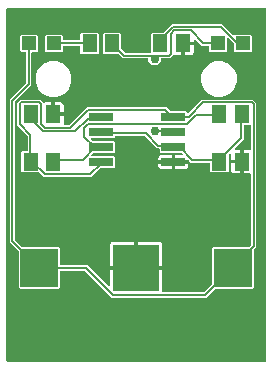
<source format=gbr>
G04 EAGLE Gerber RS-274X export*
G75*
%MOMM*%
%FSLAX34Y34*%
%LPD*%
%INTop Copper*%
%IPPOS*%
%AMOC8*
5,1,8,0,0,1.08239X$1,22.5*%
G01*
%ADD10R,3.900000X3.900000*%
%ADD11R,3.200000X3.200000*%
%ADD12R,1.300000X1.500000*%
%ADD13R,2.032000X0.660400*%
%ADD14R,1.200000X1.200000*%
%ADD15C,0.152400*%
%ADD16C,0.756400*%

G36*
X229098Y10164D02*
X229098Y10164D01*
X229117Y10162D01*
X229219Y10184D01*
X229321Y10200D01*
X229338Y10210D01*
X229358Y10214D01*
X229447Y10267D01*
X229538Y10316D01*
X229552Y10330D01*
X229569Y10340D01*
X229636Y10419D01*
X229708Y10494D01*
X229716Y10512D01*
X229729Y10527D01*
X229768Y10623D01*
X229811Y10717D01*
X229813Y10737D01*
X229821Y10755D01*
X229839Y10922D01*
X229839Y309078D01*
X229836Y309098D01*
X229838Y309117D01*
X229816Y309219D01*
X229800Y309321D01*
X229790Y309338D01*
X229786Y309358D01*
X229733Y309447D01*
X229684Y309538D01*
X229670Y309552D01*
X229660Y309569D01*
X229581Y309636D01*
X229506Y309708D01*
X229488Y309716D01*
X229473Y309729D01*
X229377Y309768D01*
X229283Y309811D01*
X229263Y309813D01*
X229245Y309821D01*
X229078Y309839D01*
X10922Y309839D01*
X10902Y309836D01*
X10883Y309838D01*
X10781Y309816D01*
X10679Y309800D01*
X10662Y309790D01*
X10642Y309786D01*
X10553Y309733D01*
X10462Y309684D01*
X10448Y309670D01*
X10431Y309660D01*
X10364Y309581D01*
X10292Y309506D01*
X10284Y309488D01*
X10271Y309473D01*
X10232Y309377D01*
X10189Y309283D01*
X10187Y309263D01*
X10179Y309245D01*
X10161Y309078D01*
X10161Y10922D01*
X10164Y10902D01*
X10162Y10883D01*
X10184Y10781D01*
X10200Y10679D01*
X10210Y10662D01*
X10214Y10642D01*
X10267Y10553D01*
X10316Y10462D01*
X10330Y10448D01*
X10340Y10431D01*
X10419Y10364D01*
X10494Y10292D01*
X10512Y10284D01*
X10527Y10271D01*
X10623Y10232D01*
X10717Y10189D01*
X10737Y10187D01*
X10755Y10179D01*
X10922Y10161D01*
X229078Y10161D01*
X229098Y10164D01*
G37*
%LPC*%
G36*
X99637Y64769D02*
X99637Y64769D01*
X98074Y66332D01*
X77000Y87406D01*
X76926Y87459D01*
X76856Y87519D01*
X76826Y87531D01*
X76800Y87550D01*
X76713Y87577D01*
X76628Y87611D01*
X76587Y87615D01*
X76565Y87622D01*
X76533Y87621D01*
X76461Y87629D01*
X56286Y87629D01*
X56266Y87626D01*
X56247Y87628D01*
X56145Y87606D01*
X56043Y87590D01*
X56026Y87580D01*
X56006Y87576D01*
X55917Y87523D01*
X55826Y87474D01*
X55812Y87460D01*
X55795Y87450D01*
X55728Y87371D01*
X55656Y87296D01*
X55648Y87278D01*
X55635Y87263D01*
X55596Y87167D01*
X55553Y87073D01*
X55551Y87053D01*
X55543Y87035D01*
X55525Y86868D01*
X55525Y73368D01*
X54632Y72475D01*
X21368Y72475D01*
X20475Y73368D01*
X20475Y103992D01*
X20461Y104082D01*
X20453Y104173D01*
X20441Y104202D01*
X20436Y104234D01*
X20393Y104315D01*
X20357Y104399D01*
X20331Y104431D01*
X20320Y104452D01*
X20297Y104474D01*
X20252Y104530D01*
X12953Y111829D01*
X12953Y232595D01*
X26446Y246088D01*
X26499Y246162D01*
X26559Y246232D01*
X26571Y246262D01*
X26590Y246288D01*
X26617Y246375D01*
X26651Y246460D01*
X26655Y246501D01*
X26662Y246523D01*
X26661Y246555D01*
X26669Y246627D01*
X26669Y271714D01*
X26666Y271734D01*
X26668Y271753D01*
X26646Y271855D01*
X26630Y271957D01*
X26620Y271974D01*
X26616Y271994D01*
X26563Y272083D01*
X26514Y272174D01*
X26500Y272188D01*
X26490Y272205D01*
X26411Y272272D01*
X26336Y272344D01*
X26318Y272352D01*
X26303Y272365D01*
X26207Y272404D01*
X26113Y272447D01*
X26093Y272449D01*
X26075Y272457D01*
X25908Y272475D01*
X22868Y272475D01*
X21975Y273368D01*
X21975Y286632D01*
X22868Y287525D01*
X36132Y287525D01*
X37025Y286632D01*
X37025Y273368D01*
X36132Y272475D01*
X32004Y272475D01*
X31984Y272472D01*
X31965Y272474D01*
X31863Y272452D01*
X31761Y272436D01*
X31744Y272426D01*
X31724Y272422D01*
X31635Y272369D01*
X31544Y272320D01*
X31530Y272306D01*
X31513Y272296D01*
X31446Y272217D01*
X31374Y272142D01*
X31366Y272124D01*
X31353Y272109D01*
X31314Y272013D01*
X31271Y271919D01*
X31269Y271899D01*
X31261Y271881D01*
X31243Y271714D01*
X31243Y244417D01*
X17750Y230924D01*
X17697Y230850D01*
X17637Y230780D01*
X17625Y230750D01*
X17606Y230724D01*
X17579Y230637D01*
X17545Y230552D01*
X17541Y230511D01*
X17534Y230489D01*
X17535Y230457D01*
X17527Y230385D01*
X17527Y114039D01*
X17541Y113948D01*
X17549Y113858D01*
X17561Y113828D01*
X17566Y113796D01*
X17609Y113715D01*
X17645Y113631D01*
X17671Y113599D01*
X17682Y113578D01*
X17705Y113556D01*
X17750Y113500D01*
X23502Y107748D01*
X23576Y107695D01*
X23646Y107635D01*
X23676Y107623D01*
X23702Y107604D01*
X23789Y107577D01*
X23874Y107543D01*
X23915Y107539D01*
X23937Y107532D01*
X23969Y107533D01*
X24040Y107525D01*
X54632Y107525D01*
X55525Y106632D01*
X55525Y92964D01*
X55528Y92944D01*
X55526Y92925D01*
X55548Y92823D01*
X55564Y92721D01*
X55574Y92704D01*
X55578Y92684D01*
X55631Y92595D01*
X55680Y92504D01*
X55694Y92490D01*
X55704Y92473D01*
X55783Y92406D01*
X55858Y92334D01*
X55876Y92326D01*
X55891Y92313D01*
X55987Y92274D01*
X56081Y92231D01*
X56101Y92229D01*
X56119Y92221D01*
X56286Y92203D01*
X78671Y92203D01*
X96660Y74214D01*
X96718Y74172D01*
X96770Y74123D01*
X96817Y74101D01*
X96859Y74071D01*
X96928Y74050D01*
X96993Y74019D01*
X97045Y74014D01*
X97095Y73998D01*
X97166Y74000D01*
X97237Y73992D01*
X97288Y74003D01*
X97340Y74005D01*
X97408Y74029D01*
X97478Y74044D01*
X97523Y74071D01*
X97571Y74089D01*
X97627Y74134D01*
X97689Y74171D01*
X97723Y74210D01*
X97763Y74243D01*
X97802Y74303D01*
X97849Y74358D01*
X97868Y74406D01*
X97896Y74450D01*
X97914Y74519D01*
X97941Y74586D01*
X97949Y74657D01*
X97957Y74688D01*
X97955Y74712D01*
X97959Y74752D01*
X97959Y88477D01*
X119238Y88477D01*
X119258Y88480D01*
X119277Y88478D01*
X119379Y88500D01*
X119481Y88517D01*
X119498Y88526D01*
X119518Y88530D01*
X119607Y88583D01*
X119698Y88632D01*
X119712Y88646D01*
X119729Y88656D01*
X119796Y88735D01*
X119867Y88810D01*
X119876Y88828D01*
X119889Y88843D01*
X119928Y88939D01*
X119971Y89033D01*
X119973Y89053D01*
X119981Y89071D01*
X119999Y89238D01*
X119999Y90001D01*
X120001Y90001D01*
X120001Y89238D01*
X120004Y89218D01*
X120002Y89199D01*
X120024Y89097D01*
X120041Y88995D01*
X120050Y88978D01*
X120054Y88958D01*
X120107Y88869D01*
X120156Y88778D01*
X120170Y88764D01*
X120180Y88747D01*
X120259Y88680D01*
X120334Y88609D01*
X120352Y88600D01*
X120367Y88587D01*
X120463Y88548D01*
X120557Y88505D01*
X120577Y88503D01*
X120595Y88495D01*
X120762Y88477D01*
X142041Y88477D01*
X142041Y70104D01*
X142044Y70084D01*
X142042Y70065D01*
X142064Y69963D01*
X142080Y69861D01*
X142090Y69844D01*
X142094Y69824D01*
X142147Y69735D01*
X142196Y69644D01*
X142210Y69630D01*
X142220Y69613D01*
X142299Y69546D01*
X142374Y69474D01*
X142392Y69466D01*
X142407Y69453D01*
X142503Y69414D01*
X142597Y69371D01*
X142617Y69369D01*
X142635Y69361D01*
X142802Y69343D01*
X177045Y69343D01*
X177136Y69357D01*
X177226Y69365D01*
X177256Y69377D01*
X177288Y69382D01*
X177369Y69425D01*
X177453Y69461D01*
X177485Y69487D01*
X177506Y69498D01*
X177528Y69521D01*
X177584Y69566D01*
X184252Y76234D01*
X184305Y76308D01*
X184365Y76378D01*
X184377Y76408D01*
X184396Y76434D01*
X184423Y76521D01*
X184457Y76606D01*
X184461Y76647D01*
X184468Y76669D01*
X184467Y76701D01*
X184475Y76772D01*
X184475Y106632D01*
X185368Y107525D01*
X215227Y107525D01*
X215318Y107539D01*
X215408Y107547D01*
X215438Y107559D01*
X215470Y107564D01*
X215551Y107607D01*
X215635Y107643D01*
X215667Y107669D01*
X215688Y107680D01*
X215710Y107703D01*
X215766Y107748D01*
X216946Y108928D01*
X216999Y109002D01*
X217059Y109072D01*
X217071Y109102D01*
X217090Y109128D01*
X217117Y109215D01*
X217151Y109300D01*
X217155Y109341D01*
X217162Y109363D01*
X217161Y109395D01*
X217169Y109467D01*
X217169Y169198D01*
X217166Y169218D01*
X217168Y169237D01*
X217146Y169339D01*
X217130Y169441D01*
X217120Y169458D01*
X217116Y169478D01*
X217063Y169567D01*
X217014Y169658D01*
X217000Y169672D01*
X216990Y169689D01*
X216911Y169756D01*
X216836Y169828D01*
X216818Y169836D01*
X216803Y169849D01*
X216707Y169888D01*
X216613Y169931D01*
X216593Y169933D01*
X216575Y169941D01*
X216408Y169959D01*
X211023Y169959D01*
X211023Y179238D01*
X211020Y179258D01*
X211022Y179277D01*
X211000Y179379D01*
X210983Y179481D01*
X210974Y179498D01*
X210970Y179518D01*
X210917Y179607D01*
X210868Y179698D01*
X210854Y179712D01*
X210844Y179729D01*
X210765Y179796D01*
X210690Y179867D01*
X210672Y179876D01*
X210657Y179889D01*
X210561Y179928D01*
X210467Y179971D01*
X210447Y179973D01*
X210429Y179981D01*
X210262Y179999D01*
X209499Y179999D01*
X209499Y180001D01*
X210262Y180001D01*
X210282Y180004D01*
X210301Y180002D01*
X210403Y180024D01*
X210505Y180041D01*
X210522Y180050D01*
X210542Y180054D01*
X210631Y180107D01*
X210722Y180156D01*
X210736Y180170D01*
X210753Y180180D01*
X210820Y180259D01*
X210891Y180334D01*
X210900Y180352D01*
X210913Y180367D01*
X210952Y180463D01*
X210995Y180557D01*
X210997Y180577D01*
X211005Y180595D01*
X211023Y180762D01*
X211023Y190041D01*
X216408Y190041D01*
X216428Y190044D01*
X216447Y190042D01*
X216549Y190064D01*
X216651Y190080D01*
X216668Y190090D01*
X216688Y190094D01*
X216777Y190147D01*
X216868Y190196D01*
X216882Y190210D01*
X216899Y190220D01*
X216966Y190299D01*
X217038Y190374D01*
X217046Y190392D01*
X217059Y190407D01*
X217098Y190503D01*
X217141Y190597D01*
X217143Y190617D01*
X217151Y190635D01*
X217169Y190802D01*
X217169Y210214D01*
X217166Y210234D01*
X217168Y210253D01*
X217146Y210355D01*
X217130Y210457D01*
X217120Y210474D01*
X217116Y210494D01*
X217063Y210583D01*
X217014Y210674D01*
X217000Y210688D01*
X216990Y210705D01*
X216911Y210772D01*
X216836Y210844D01*
X216818Y210852D01*
X216803Y210865D01*
X216707Y210904D01*
X216613Y210947D01*
X216593Y210949D01*
X216575Y210957D01*
X216408Y210975D01*
X211836Y210975D01*
X211816Y210972D01*
X211797Y210974D01*
X211695Y210952D01*
X211593Y210936D01*
X211576Y210926D01*
X211556Y210922D01*
X211467Y210869D01*
X211376Y210820D01*
X211362Y210806D01*
X211345Y210796D01*
X211278Y210717D01*
X211206Y210642D01*
X211198Y210624D01*
X211185Y210609D01*
X211146Y210513D01*
X211103Y210419D01*
X211101Y210399D01*
X211093Y210381D01*
X211075Y210214D01*
X211075Y198697D01*
X203718Y191340D01*
X203676Y191282D01*
X203627Y191230D01*
X203605Y191183D01*
X203575Y191141D01*
X203554Y191072D01*
X203523Y191007D01*
X203518Y190955D01*
X203502Y190905D01*
X203504Y190834D01*
X203496Y190763D01*
X203507Y190712D01*
X203509Y190660D01*
X203533Y190592D01*
X203548Y190522D01*
X203575Y190477D01*
X203593Y190429D01*
X203638Y190373D01*
X203675Y190311D01*
X203714Y190277D01*
X203747Y190237D01*
X203807Y190198D01*
X203862Y190151D01*
X203910Y190132D01*
X203954Y190104D01*
X204023Y190086D01*
X204090Y190059D01*
X204161Y190051D01*
X204192Y190043D01*
X204216Y190045D01*
X204256Y190041D01*
X207977Y190041D01*
X207977Y181523D01*
X200459Y181523D01*
X200459Y186244D01*
X200448Y186314D01*
X200446Y186386D01*
X200428Y186435D01*
X200420Y186486D01*
X200386Y186550D01*
X200361Y186617D01*
X200329Y186658D01*
X200304Y186704D01*
X200253Y186753D01*
X200208Y186809D01*
X200164Y186837D01*
X200126Y186873D01*
X200061Y186903D01*
X200001Y186942D01*
X199950Y186955D01*
X199903Y186977D01*
X199832Y186985D01*
X199762Y187002D01*
X199710Y186998D01*
X199659Y187004D01*
X199588Y186989D01*
X199517Y186983D01*
X199469Y186963D01*
X199418Y186952D01*
X199357Y186915D01*
X199291Y186887D01*
X199235Y186842D01*
X199207Y186825D01*
X199192Y186808D01*
X199160Y186782D01*
X198748Y186370D01*
X198694Y186296D01*
X198635Y186226D01*
X198623Y186196D01*
X198604Y186170D01*
X198577Y186083D01*
X198543Y185998D01*
X198539Y185957D01*
X198532Y185935D01*
X198533Y185903D01*
X198525Y185831D01*
X198525Y171868D01*
X197632Y170975D01*
X183368Y170975D01*
X182475Y171868D01*
X182475Y178308D01*
X182472Y178328D01*
X182474Y178347D01*
X182452Y178449D01*
X182436Y178551D01*
X182426Y178568D01*
X182422Y178588D01*
X182369Y178677D01*
X182320Y178768D01*
X182306Y178782D01*
X182296Y178799D01*
X182217Y178866D01*
X182142Y178938D01*
X182124Y178946D01*
X182109Y178959D01*
X182013Y178998D01*
X181919Y179041D01*
X181899Y179043D01*
X181881Y179051D01*
X181714Y179069D01*
X166693Y179069D01*
X164912Y180850D01*
X164838Y180903D01*
X164768Y180963D01*
X164738Y180975D01*
X164712Y180994D01*
X164625Y181021D01*
X164540Y181055D01*
X164499Y181059D01*
X164477Y181066D01*
X164445Y181065D01*
X164374Y181073D01*
X153057Y181073D01*
X153057Y185393D01*
X158532Y185393D01*
X158602Y185404D01*
X158674Y185406D01*
X158723Y185424D01*
X158774Y185432D01*
X158838Y185466D01*
X158905Y185491D01*
X158946Y185523D01*
X158992Y185548D01*
X159041Y185599D01*
X159097Y185644D01*
X159125Y185688D01*
X159161Y185726D01*
X159191Y185791D01*
X159230Y185851D01*
X159243Y185902D01*
X159265Y185949D01*
X159273Y186020D01*
X159290Y186090D01*
X159286Y186142D01*
X159292Y186193D01*
X159277Y186264D01*
X159271Y186335D01*
X159251Y186383D01*
X159240Y186434D01*
X159203Y186495D01*
X159175Y186561D01*
X159130Y186617D01*
X159113Y186645D01*
X159096Y186660D01*
X159070Y186692D01*
X158562Y187200D01*
X158488Y187253D01*
X158418Y187313D01*
X158388Y187325D01*
X158362Y187344D01*
X158275Y187371D01*
X158190Y187405D01*
X158149Y187409D01*
X158127Y187416D01*
X158095Y187415D01*
X158024Y187423D01*
X140742Y187423D01*
X139849Y188316D01*
X139849Y190500D01*
X139846Y190520D01*
X139848Y190539D01*
X139826Y190641D01*
X139810Y190743D01*
X139800Y190760D01*
X139796Y190780D01*
X139743Y190869D01*
X139694Y190960D01*
X139680Y190974D01*
X139670Y190991D01*
X139591Y191058D01*
X139516Y191130D01*
X139498Y191138D01*
X139483Y191151D01*
X139387Y191190D01*
X139293Y191233D01*
X139273Y191235D01*
X139255Y191243D01*
X139088Y191261D01*
X137737Y191261D01*
X127292Y201706D01*
X127218Y201759D01*
X127148Y201819D01*
X127118Y201831D01*
X127092Y201850D01*
X127005Y201877D01*
X126920Y201911D01*
X126879Y201915D01*
X126857Y201922D01*
X126825Y201921D01*
X126753Y201929D01*
X102512Y201929D01*
X102492Y201926D01*
X102473Y201928D01*
X102371Y201906D01*
X102269Y201890D01*
X102252Y201880D01*
X102232Y201876D01*
X102143Y201823D01*
X102052Y201774D01*
X102038Y201760D01*
X102021Y201750D01*
X101954Y201671D01*
X101882Y201596D01*
X101874Y201578D01*
X101861Y201563D01*
X101822Y201467D01*
X101779Y201373D01*
X101777Y201353D01*
X101769Y201335D01*
X101751Y201168D01*
X101751Y201016D01*
X100858Y200123D01*
X82316Y200123D01*
X82246Y200112D01*
X82174Y200110D01*
X82125Y200092D01*
X82074Y200084D01*
X82010Y200050D01*
X81943Y200025D01*
X81902Y199993D01*
X81856Y199968D01*
X81807Y199917D01*
X81751Y199872D01*
X81723Y199828D01*
X81687Y199790D01*
X81657Y199725D01*
X81618Y199665D01*
X81605Y199614D01*
X81583Y199567D01*
X81575Y199496D01*
X81558Y199426D01*
X81562Y199374D01*
X81556Y199323D01*
X81571Y199252D01*
X81577Y199181D01*
X81597Y199133D01*
X81608Y199082D01*
X81645Y199021D01*
X81673Y198955D01*
X81718Y198899D01*
X81735Y198871D01*
X81752Y198856D01*
X81778Y198824D01*
X83302Y197300D01*
X83376Y197247D01*
X83446Y197187D01*
X83476Y197175D01*
X83502Y197156D01*
X83589Y197129D01*
X83674Y197095D01*
X83715Y197091D01*
X83737Y197084D01*
X83769Y197085D01*
X83840Y197077D01*
X100858Y197077D01*
X101751Y196184D01*
X101751Y188316D01*
X100858Y187423D01*
X84292Y187423D01*
X84202Y187409D01*
X84111Y187401D01*
X84082Y187389D01*
X84050Y187384D01*
X83969Y187341D01*
X83885Y187305D01*
X83853Y187279D01*
X83832Y187268D01*
X83810Y187245D01*
X83754Y187200D01*
X82230Y185676D01*
X82188Y185618D01*
X82139Y185566D01*
X82117Y185519D01*
X82087Y185477D01*
X82066Y185408D01*
X82035Y185343D01*
X82030Y185291D01*
X82014Y185241D01*
X82016Y185170D01*
X82008Y185099D01*
X82019Y185048D01*
X82021Y184996D01*
X82045Y184928D01*
X82060Y184858D01*
X82087Y184814D01*
X82105Y184765D01*
X82150Y184709D01*
X82187Y184647D01*
X82226Y184613D01*
X82259Y184573D01*
X82319Y184534D01*
X82374Y184487D01*
X82422Y184468D01*
X82466Y184440D01*
X82535Y184422D01*
X82602Y184395D01*
X82673Y184387D01*
X82704Y184379D01*
X82728Y184381D01*
X82768Y184377D01*
X100858Y184377D01*
X101751Y183484D01*
X101751Y175616D01*
X100858Y174723D01*
X89880Y174723D01*
X89790Y174709D01*
X89699Y174701D01*
X89670Y174689D01*
X89638Y174684D01*
X89557Y174641D01*
X89473Y174605D01*
X89441Y174579D01*
X89420Y174568D01*
X89398Y174545D01*
X89342Y174500D01*
X81719Y166877D01*
X41725Y166877D01*
X37850Y170752D01*
X37776Y170805D01*
X37706Y170865D01*
X37676Y170877D01*
X37650Y170896D01*
X37563Y170923D01*
X37478Y170957D01*
X37437Y170961D01*
X37415Y170968D01*
X37383Y170967D01*
X37311Y170975D01*
X23368Y170975D01*
X22475Y171868D01*
X22475Y188132D01*
X23368Y189025D01*
X27432Y189025D01*
X27452Y189028D01*
X27471Y189026D01*
X27573Y189048D01*
X27675Y189064D01*
X27692Y189074D01*
X27712Y189078D01*
X27801Y189131D01*
X27892Y189180D01*
X27906Y189194D01*
X27923Y189204D01*
X27990Y189283D01*
X28062Y189358D01*
X28070Y189376D01*
X28083Y189391D01*
X28122Y189487D01*
X28165Y189581D01*
X28167Y189601D01*
X28175Y189619D01*
X28193Y189786D01*
X28193Y201429D01*
X28179Y201520D01*
X28171Y201610D01*
X28159Y201640D01*
X28154Y201672D01*
X28111Y201753D01*
X28075Y201837D01*
X28049Y201869D01*
X28038Y201890D01*
X28015Y201912D01*
X27970Y201968D01*
X19049Y210889D01*
X19049Y229547D01*
X21913Y232411D01*
X39047Y232411D01*
X40348Y231110D01*
X41370Y230088D01*
X41425Y230048D01*
X41474Y230001D01*
X41524Y229977D01*
X41570Y229944D01*
X41634Y229924D01*
X41696Y229895D01*
X41751Y229888D01*
X41805Y229872D01*
X41873Y229874D01*
X41940Y229865D01*
X42018Y229877D01*
X42051Y229878D01*
X42070Y229885D01*
X42106Y229891D01*
X42666Y230041D01*
X47977Y230041D01*
X47977Y220762D01*
X47980Y220742D01*
X47978Y220723D01*
X48000Y220621D01*
X48017Y220519D01*
X48026Y220502D01*
X48030Y220482D01*
X48083Y220393D01*
X48132Y220302D01*
X48146Y220288D01*
X48156Y220271D01*
X48235Y220204D01*
X48310Y220133D01*
X48328Y220124D01*
X48343Y220111D01*
X48439Y220072D01*
X48533Y220029D01*
X48553Y220027D01*
X48571Y220019D01*
X48738Y220001D01*
X49501Y220001D01*
X49501Y219238D01*
X49504Y219218D01*
X49502Y219199D01*
X49524Y219097D01*
X49541Y218995D01*
X49550Y218978D01*
X49554Y218958D01*
X49607Y218869D01*
X49656Y218778D01*
X49670Y218764D01*
X49680Y218747D01*
X49759Y218680D01*
X49834Y218609D01*
X49852Y218600D01*
X49867Y218587D01*
X49963Y218548D01*
X50057Y218505D01*
X50077Y218503D01*
X50095Y218495D01*
X50262Y218477D01*
X58541Y218477D01*
X58541Y212165D01*
X58505Y212033D01*
X58493Y211914D01*
X58480Y211797D01*
X58481Y211792D01*
X58481Y211788D01*
X58507Y211673D01*
X58533Y211556D01*
X58535Y211553D01*
X58536Y211548D01*
X58598Y211447D01*
X58659Y211345D01*
X58662Y211342D01*
X58664Y211339D01*
X58756Y211262D01*
X58846Y211185D01*
X58850Y211184D01*
X58853Y211181D01*
X58963Y211138D01*
X59074Y211093D01*
X59079Y211093D01*
X59082Y211091D01*
X59095Y211091D01*
X59241Y211075D01*
X62745Y211075D01*
X62836Y211089D01*
X62926Y211097D01*
X62956Y211109D01*
X62988Y211114D01*
X63069Y211157D01*
X63153Y211193D01*
X63185Y211219D01*
X63206Y211230D01*
X63228Y211253D01*
X63284Y211298D01*
X78301Y226315D01*
X145727Y226315D01*
X149342Y222700D01*
X149416Y222647D01*
X149486Y222587D01*
X149516Y222575D01*
X149542Y222556D01*
X149629Y222529D01*
X149714Y222495D01*
X149755Y222491D01*
X149777Y222484D01*
X149809Y222485D01*
X149881Y222477D01*
X162326Y222477D01*
X163228Y221574D01*
X163230Y221560D01*
X163232Y221488D01*
X163250Y221439D01*
X163258Y221388D01*
X163292Y221324D01*
X163317Y221257D01*
X163349Y221216D01*
X163374Y221170D01*
X163426Y221121D01*
X163470Y221065D01*
X163514Y221037D01*
X163552Y221001D01*
X163617Y220971D01*
X163677Y220932D01*
X163728Y220919D01*
X163775Y220897D01*
X163846Y220889D01*
X163916Y220872D01*
X163968Y220876D01*
X164019Y220870D01*
X164090Y220885D01*
X164161Y220891D01*
X164209Y220911D01*
X164260Y220922D01*
X164321Y220959D01*
X164387Y220987D01*
X164443Y221032D01*
X164471Y221049D01*
X164486Y221066D01*
X164518Y221092D01*
X174274Y230848D01*
X175837Y232411D01*
X218879Y232411D01*
X221743Y229547D01*
X221743Y107257D01*
X219748Y105262D01*
X219695Y105188D01*
X219635Y105118D01*
X219623Y105088D01*
X219604Y105062D01*
X219577Y104975D01*
X219543Y104890D01*
X219539Y104849D01*
X219532Y104827D01*
X219533Y104795D01*
X219525Y104723D01*
X219525Y73368D01*
X218632Y72475D01*
X187276Y72475D01*
X187186Y72461D01*
X187095Y72453D01*
X187066Y72441D01*
X187034Y72436D01*
X186953Y72393D01*
X186869Y72357D01*
X186837Y72331D01*
X186816Y72320D01*
X186794Y72297D01*
X186738Y72252D01*
X179255Y64769D01*
X99637Y64769D01*
G37*
%LPD*%
%LPC*%
G36*
X133438Y261393D02*
X133438Y261393D01*
X130329Y264502D01*
X130329Y266700D01*
X130326Y266720D01*
X130328Y266739D01*
X130306Y266841D01*
X130290Y266943D01*
X130280Y266960D01*
X130276Y266980D01*
X130223Y267069D01*
X130174Y267160D01*
X130160Y267174D01*
X130150Y267191D01*
X130071Y267258D01*
X129996Y267330D01*
X129978Y267338D01*
X129963Y267351D01*
X129867Y267390D01*
X129773Y267433D01*
X129753Y267435D01*
X129735Y267443D01*
X129568Y267461D01*
X108781Y267461D01*
X105490Y270752D01*
X105416Y270805D01*
X105346Y270865D01*
X105316Y270877D01*
X105290Y270896D01*
X105203Y270923D01*
X105118Y270957D01*
X105077Y270961D01*
X105055Y270968D01*
X105023Y270967D01*
X104951Y270975D01*
X92368Y270975D01*
X91475Y271868D01*
X91475Y288132D01*
X92368Y289025D01*
X106632Y289025D01*
X107525Y288132D01*
X107525Y275501D01*
X107539Y275410D01*
X107547Y275320D01*
X107559Y275290D01*
X107564Y275258D01*
X107607Y275177D01*
X107643Y275093D01*
X107669Y275061D01*
X107680Y275040D01*
X107703Y275018D01*
X107748Y274962D01*
X110452Y272258D01*
X110526Y272205D01*
X110596Y272145D01*
X110626Y272133D01*
X110652Y272114D01*
X110739Y272087D01*
X110824Y272053D01*
X110865Y272049D01*
X110887Y272042D01*
X110919Y272043D01*
X110991Y272035D01*
X131714Y272035D01*
X131734Y272038D01*
X131753Y272036D01*
X131855Y272058D01*
X131957Y272074D01*
X131974Y272084D01*
X131994Y272088D01*
X132083Y272141D01*
X132174Y272190D01*
X132188Y272204D01*
X132205Y272214D01*
X132272Y272293D01*
X132344Y272368D01*
X132352Y272386D01*
X132365Y272401D01*
X132404Y272497D01*
X132447Y272591D01*
X132449Y272611D01*
X132457Y272629D01*
X132475Y272796D01*
X132475Y288132D01*
X133368Y289025D01*
X142219Y289025D01*
X142310Y289039D01*
X142400Y289047D01*
X142430Y289059D01*
X142462Y289064D01*
X142543Y289107D01*
X142627Y289143D01*
X142659Y289169D01*
X142680Y289180D01*
X142702Y289203D01*
X142758Y289248D01*
X149929Y296419D01*
X192971Y296419D01*
X202329Y287061D01*
X202345Y287050D01*
X202357Y287034D01*
X202444Y286978D01*
X202528Y286918D01*
X202547Y286912D01*
X202564Y286901D01*
X202665Y286876D01*
X202763Y286845D01*
X202783Y286846D01*
X202803Y286841D01*
X202906Y286849D01*
X203009Y286852D01*
X203028Y286859D01*
X203048Y286860D01*
X203143Y286901D01*
X203240Y286936D01*
X203256Y286949D01*
X203274Y286957D01*
X203405Y287061D01*
X203868Y287525D01*
X217132Y287525D01*
X218025Y286632D01*
X218025Y273368D01*
X217132Y272475D01*
X203868Y272475D01*
X202975Y273368D01*
X202975Y279631D01*
X202961Y279722D01*
X202953Y279812D01*
X202941Y279842D01*
X202936Y279874D01*
X202911Y279921D01*
X202910Y279923D01*
X202905Y279931D01*
X202893Y279955D01*
X202857Y280039D01*
X202831Y280071D01*
X202820Y280092D01*
X202797Y280114D01*
X202794Y280118D01*
X202784Y280134D01*
X202774Y280143D01*
X202752Y280170D01*
X198324Y284598D01*
X198266Y284640D01*
X198214Y284689D01*
X198167Y284711D01*
X198125Y284741D01*
X198056Y284762D01*
X197991Y284793D01*
X197939Y284798D01*
X197889Y284814D01*
X197818Y284812D01*
X197747Y284820D01*
X197696Y284809D01*
X197644Y284807D01*
X197576Y284783D01*
X197506Y284768D01*
X197461Y284741D01*
X197413Y284723D01*
X197357Y284678D01*
X197295Y284641D01*
X197261Y284602D01*
X197221Y284569D01*
X197182Y284509D01*
X197135Y284454D01*
X197116Y284406D01*
X197088Y284362D01*
X197070Y284293D01*
X197043Y284226D01*
X197035Y284155D01*
X197027Y284124D01*
X197029Y284100D01*
X197025Y284060D01*
X197025Y273368D01*
X196132Y272475D01*
X182868Y272475D01*
X181975Y273368D01*
X181975Y277368D01*
X181973Y277384D01*
X181974Y277399D01*
X181974Y277402D01*
X181974Y277407D01*
X181952Y277509D01*
X181936Y277611D01*
X181926Y277628D01*
X181922Y277648D01*
X181869Y277737D01*
X181820Y277828D01*
X181806Y277842D01*
X181796Y277859D01*
X181717Y277926D01*
X181642Y277998D01*
X181624Y278006D01*
X181609Y278019D01*
X181513Y278058D01*
X181419Y278101D01*
X181399Y278103D01*
X181381Y278111D01*
X181214Y278129D01*
X175837Y278129D01*
X169840Y284126D01*
X169782Y284168D01*
X169730Y284217D01*
X169683Y284239D01*
X169641Y284269D01*
X169572Y284290D01*
X169507Y284321D01*
X169455Y284326D01*
X169405Y284342D01*
X169334Y284340D01*
X169263Y284348D01*
X169212Y284337D01*
X169160Y284335D01*
X169092Y284311D01*
X169022Y284296D01*
X168977Y284269D01*
X168929Y284251D01*
X168873Y284206D01*
X168811Y284169D01*
X168777Y284130D01*
X168737Y284097D01*
X168698Y284037D01*
X168651Y283982D01*
X168632Y283934D01*
X168604Y283890D01*
X168586Y283821D01*
X168559Y283754D01*
X168551Y283683D01*
X168543Y283652D01*
X168545Y283628D01*
X168541Y283588D01*
X168541Y281523D01*
X160262Y281523D01*
X160242Y281520D01*
X160223Y281522D01*
X160121Y281500D01*
X160019Y281483D01*
X160002Y281474D01*
X159982Y281470D01*
X159893Y281417D01*
X159802Y281368D01*
X159788Y281354D01*
X159771Y281344D01*
X159704Y281265D01*
X159633Y281190D01*
X159624Y281172D01*
X159611Y281157D01*
X159572Y281061D01*
X159529Y280967D01*
X159527Y280947D01*
X159519Y280929D01*
X159501Y280762D01*
X159501Y279999D01*
X158738Y279999D01*
X158718Y279996D01*
X158699Y279998D01*
X158597Y279976D01*
X158495Y279959D01*
X158478Y279950D01*
X158458Y279946D01*
X158369Y279893D01*
X158278Y279844D01*
X158264Y279830D01*
X158247Y279820D01*
X158180Y279741D01*
X158109Y279666D01*
X158100Y279648D01*
X158087Y279633D01*
X158048Y279537D01*
X158005Y279443D01*
X158003Y279423D01*
X157995Y279405D01*
X157977Y279238D01*
X157977Y269959D01*
X152666Y269959D01*
X151992Y270140D01*
X151925Y270146D01*
X151859Y270163D01*
X151803Y270159D01*
X151747Y270164D01*
X151681Y270149D01*
X151614Y270144D01*
X151562Y270122D01*
X151507Y270109D01*
X151450Y270074D01*
X151388Y270048D01*
X151326Y269998D01*
X151298Y269981D01*
X151284Y269965D01*
X151257Y269943D01*
X150338Y269024D01*
X148775Y267461D01*
X141704Y267461D01*
X141684Y267458D01*
X141665Y267460D01*
X141563Y267438D01*
X141461Y267422D01*
X141444Y267412D01*
X141424Y267408D01*
X141335Y267355D01*
X141244Y267306D01*
X141230Y267292D01*
X141213Y267282D01*
X141146Y267203D01*
X141074Y267128D01*
X141066Y267110D01*
X141053Y267095D01*
X141014Y266999D01*
X140971Y266905D01*
X140969Y266885D01*
X140961Y266867D01*
X140943Y266700D01*
X140943Y264502D01*
X137834Y261393D01*
X133438Y261393D01*
G37*
%LPD*%
%LPC*%
G36*
X46984Y234839D02*
X46984Y234839D01*
X41412Y237147D01*
X37147Y241412D01*
X34839Y246984D01*
X34839Y253016D01*
X37147Y258588D01*
X41412Y262853D01*
X46984Y265161D01*
X53016Y265161D01*
X58588Y262853D01*
X62853Y258588D01*
X65161Y253016D01*
X65161Y246984D01*
X62853Y241412D01*
X58588Y237147D01*
X53016Y234839D01*
X46984Y234839D01*
G37*
%LPD*%
%LPC*%
G36*
X186984Y234839D02*
X186984Y234839D01*
X181412Y237147D01*
X177147Y241412D01*
X174839Y246984D01*
X174839Y253016D01*
X177147Y258588D01*
X181412Y262853D01*
X186984Y265161D01*
X193016Y265161D01*
X198588Y262853D01*
X202853Y258588D01*
X205161Y253016D01*
X205161Y246984D01*
X202853Y241412D01*
X198588Y237147D01*
X193016Y234839D01*
X186984Y234839D01*
G37*
%LPD*%
%LPC*%
G36*
X73368Y270975D02*
X73368Y270975D01*
X72475Y271868D01*
X72475Y277368D01*
X72473Y277384D01*
X72474Y277399D01*
X72474Y277402D01*
X72474Y277407D01*
X72452Y277509D01*
X72436Y277611D01*
X72426Y277628D01*
X72422Y277648D01*
X72369Y277737D01*
X72320Y277828D01*
X72306Y277842D01*
X72296Y277859D01*
X72217Y277926D01*
X72142Y277998D01*
X72124Y278006D01*
X72109Y278019D01*
X72013Y278058D01*
X71919Y278101D01*
X71899Y278103D01*
X71881Y278111D01*
X71714Y278129D01*
X58786Y278129D01*
X58766Y278126D01*
X58747Y278128D01*
X58645Y278106D01*
X58543Y278090D01*
X58526Y278080D01*
X58506Y278076D01*
X58417Y278023D01*
X58326Y277974D01*
X58312Y277960D01*
X58295Y277950D01*
X58228Y277871D01*
X58156Y277796D01*
X58148Y277778D01*
X58135Y277763D01*
X58096Y277667D01*
X58053Y277573D01*
X58051Y277553D01*
X58043Y277535D01*
X58025Y277368D01*
X58025Y273368D01*
X57132Y272475D01*
X43868Y272475D01*
X42975Y273368D01*
X42975Y286632D01*
X43868Y287525D01*
X57132Y287525D01*
X58025Y286632D01*
X58025Y283464D01*
X58028Y283444D01*
X58026Y283425D01*
X58048Y283323D01*
X58064Y283221D01*
X58074Y283204D01*
X58078Y283184D01*
X58131Y283095D01*
X58180Y283004D01*
X58194Y282990D01*
X58204Y282973D01*
X58283Y282906D01*
X58358Y282834D01*
X58376Y282826D01*
X58391Y282813D01*
X58487Y282774D01*
X58581Y282731D01*
X58601Y282729D01*
X58619Y282721D01*
X58786Y282703D01*
X71714Y282703D01*
X71734Y282706D01*
X71753Y282704D01*
X71855Y282726D01*
X71957Y282742D01*
X71974Y282752D01*
X71994Y282756D01*
X72083Y282809D01*
X72174Y282858D01*
X72188Y282872D01*
X72205Y282882D01*
X72272Y282961D01*
X72344Y283036D01*
X72352Y283054D01*
X72365Y283069D01*
X72404Y283165D01*
X72447Y283259D01*
X72449Y283279D01*
X72457Y283297D01*
X72475Y283464D01*
X72475Y288132D01*
X73368Y289025D01*
X87632Y289025D01*
X88525Y288132D01*
X88525Y271868D01*
X87632Y270975D01*
X73368Y270975D01*
G37*
%LPD*%
%LPC*%
G36*
X121523Y91523D02*
X121523Y91523D01*
X121523Y112041D01*
X139834Y112041D01*
X140481Y111868D01*
X141060Y111533D01*
X141533Y111060D01*
X141868Y110481D01*
X142041Y109834D01*
X142041Y91523D01*
X121523Y91523D01*
G37*
%LPD*%
%LPC*%
G36*
X97959Y91523D02*
X97959Y91523D01*
X97959Y109834D01*
X98132Y110481D01*
X98467Y111060D01*
X98940Y111533D01*
X99519Y111868D01*
X100166Y112041D01*
X118477Y112041D01*
X118477Y91523D01*
X97959Y91523D01*
G37*
%LPD*%
%LPC*%
G36*
X51023Y221523D02*
X51023Y221523D01*
X51023Y230041D01*
X56334Y230041D01*
X56981Y229868D01*
X57560Y229533D01*
X58033Y229060D01*
X58368Y228481D01*
X58541Y227834D01*
X58541Y221523D01*
X51023Y221523D01*
G37*
%LPD*%
%LPC*%
G36*
X161023Y269959D02*
X161023Y269959D01*
X161023Y278477D01*
X168541Y278477D01*
X168541Y272166D01*
X168368Y271519D01*
X168033Y270940D01*
X167560Y270467D01*
X166981Y270132D01*
X166334Y269959D01*
X161023Y269959D01*
G37*
%LPD*%
%LPC*%
G36*
X202666Y169959D02*
X202666Y169959D01*
X202019Y170132D01*
X201440Y170467D01*
X200967Y170940D01*
X200632Y171519D01*
X200459Y172166D01*
X200459Y178477D01*
X207977Y178477D01*
X207977Y169959D01*
X202666Y169959D01*
G37*
%LPD*%
%LPC*%
G36*
X138833Y181073D02*
X138833Y181073D01*
X138833Y183186D01*
X139006Y183833D01*
X139341Y184412D01*
X139814Y184885D01*
X140393Y185220D01*
X141040Y185393D01*
X150011Y185393D01*
X150011Y181073D01*
X138833Y181073D01*
G37*
%LPD*%
%LPC*%
G36*
X153057Y173707D02*
X153057Y173707D01*
X153057Y178027D01*
X164235Y178027D01*
X164235Y175914D01*
X164062Y175267D01*
X163727Y174688D01*
X163254Y174215D01*
X162675Y173880D01*
X162028Y173707D01*
X153057Y173707D01*
G37*
%LPD*%
%LPC*%
G36*
X141040Y173707D02*
X141040Y173707D01*
X140393Y173880D01*
X139814Y174215D01*
X139341Y174688D01*
X139006Y175267D01*
X138833Y175914D01*
X138833Y178027D01*
X150011Y178027D01*
X150011Y173707D01*
X141040Y173707D01*
G37*
%LPD*%
%LPC*%
G36*
X151533Y179549D02*
X151533Y179549D01*
X151533Y179551D01*
X151535Y179551D01*
X151535Y179549D01*
X151533Y179549D01*
G37*
%LPD*%
D10*
X120000Y90000D03*
D11*
X202000Y90000D03*
X38000Y90000D03*
D12*
X190500Y180000D03*
X209500Y180000D03*
X30500Y220000D03*
X49500Y220000D03*
D13*
X151534Y179550D03*
X90066Y179550D03*
X151534Y192250D03*
X151534Y204950D03*
X90066Y192250D03*
X90066Y204950D03*
X151534Y217650D03*
X90066Y217650D03*
D14*
X50500Y280000D03*
X29500Y280000D03*
X210500Y280000D03*
X189500Y280000D03*
D12*
X80500Y280000D03*
X99500Y280000D03*
X140500Y280000D03*
X159500Y280000D03*
X30500Y180000D03*
X49500Y180000D03*
X190500Y220000D03*
X209500Y220000D03*
D15*
X188976Y280416D02*
X176784Y280416D01*
X166116Y291084D01*
X152400Y291084D01*
X149352Y288036D01*
X149352Y271272D01*
X147828Y269748D01*
X135636Y269748D02*
X109728Y269748D01*
X135636Y269748D02*
X147828Y269748D01*
X109728Y269748D02*
X100584Y278892D01*
X188976Y280416D02*
X189500Y280000D01*
X100584Y278892D02*
X99500Y280000D01*
X135636Y205740D02*
X150876Y205740D01*
X135636Y266700D02*
X135636Y269748D01*
X150876Y205740D02*
X151534Y204950D01*
D16*
X135636Y205740D03*
X135636Y266700D03*
D15*
X205740Y280416D02*
X210312Y280416D01*
X205740Y280416D02*
X192024Y294132D01*
X150876Y294132D01*
X141732Y284988D01*
X141732Y280416D01*
X210312Y280416D02*
X210500Y280000D01*
X141732Y280416D02*
X140500Y280000D01*
X71628Y220980D02*
X50292Y220980D01*
X71628Y220980D02*
X111252Y260604D01*
X143256Y260604D01*
X158496Y275844D02*
X158496Y278892D01*
X50292Y220980D02*
X49500Y220000D01*
X158496Y278892D02*
X159500Y280000D01*
X208788Y179832D02*
X209500Y180000D01*
X152400Y178308D02*
X151534Y179550D01*
X21336Y233172D02*
X18288Y230124D01*
X18288Y173736D01*
X100584Y91440D02*
X118872Y91440D01*
X120000Y90000D01*
D16*
X60000Y150000D03*
X180000Y150000D03*
X40000Y60000D03*
X200000Y60000D03*
X170000Y240000D03*
X70000Y240000D03*
D15*
X79248Y280416D02*
X51816Y280416D01*
X50500Y280000D01*
X79248Y280416D02*
X80500Y280000D01*
X74676Y181356D02*
X50292Y181356D01*
X74676Y181356D02*
X85344Y192024D01*
X89916Y192024D01*
X50292Y181356D02*
X49500Y180000D01*
X89916Y192024D02*
X90066Y192250D01*
X170688Y219456D02*
X190500Y219456D01*
X170688Y219456D02*
X163068Y211836D01*
X79248Y211836D01*
X76200Y208788D01*
X76200Y201168D01*
X85344Y192024D01*
X190500Y219456D02*
X190500Y220000D01*
X90066Y192250D02*
X85344Y192024D01*
X167640Y181356D02*
X190500Y181356D01*
X167640Y181356D02*
X156972Y192024D01*
X152400Y192024D01*
X151534Y192250D01*
X208788Y199644D02*
X208788Y219456D01*
X208788Y199644D02*
X190500Y181356D01*
X208788Y219456D02*
X209500Y220000D01*
X190500Y181356D02*
X190500Y180000D01*
X128016Y204216D02*
X91440Y204216D01*
X128016Y204216D02*
X138684Y193548D01*
X150876Y193548D01*
X91440Y204216D02*
X90066Y204950D01*
X150876Y193548D02*
X151534Y192250D01*
X32004Y214884D02*
X32004Y219456D01*
X32004Y214884D02*
X41148Y205740D01*
X68580Y205740D01*
X79248Y216408D01*
X89916Y216408D01*
X32004Y219456D02*
X30500Y220000D01*
X89916Y216408D02*
X90066Y217650D01*
X28956Y245364D02*
X28956Y278892D01*
X28956Y245364D02*
X15240Y231648D01*
X15240Y112776D01*
X36576Y91440D01*
X28956Y278892D02*
X29500Y280000D01*
X36576Y91440D02*
X38000Y90000D01*
X42672Y169164D02*
X32004Y179832D01*
X42672Y169164D02*
X80772Y169164D01*
X89916Y178308D01*
X32004Y179832D02*
X30500Y180000D01*
X89916Y178308D02*
X90066Y179550D01*
X152400Y217932D02*
X164592Y217932D01*
X176784Y230124D01*
X217932Y230124D01*
X219456Y228600D01*
X219456Y108204D01*
X202692Y91440D01*
X152400Y217932D02*
X151534Y217650D01*
X202692Y91440D02*
X202000Y90000D01*
X30480Y181356D02*
X30480Y202692D01*
X21336Y211836D01*
X21336Y228600D01*
X22860Y230124D01*
X38100Y230124D01*
X39624Y228600D01*
X39624Y211836D01*
X42672Y208788D01*
X64008Y208788D01*
X79248Y224028D01*
X144780Y224028D01*
X150876Y217932D01*
X30480Y181356D02*
X30500Y180000D01*
X150876Y217932D02*
X151534Y217650D01*
X77724Y89916D02*
X38100Y89916D01*
X77724Y89916D02*
X100584Y67056D01*
X178308Y67056D01*
X201168Y89916D01*
X38100Y89916D02*
X38000Y90000D01*
X201168Y89916D02*
X202000Y90000D01*
M02*

</source>
